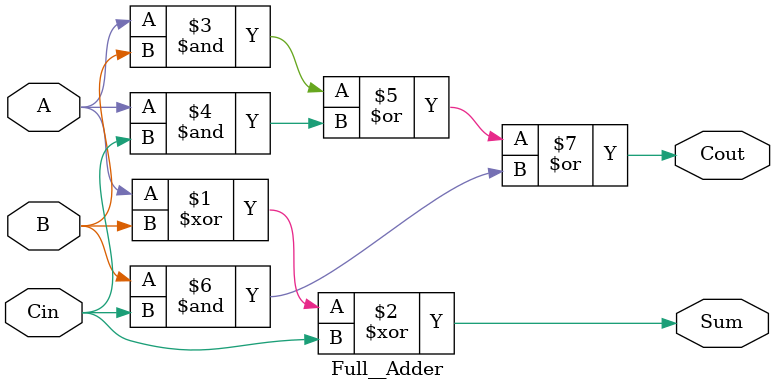
<source format=v>
`timescale 1ns / 1ps

module Full__Adder(A,B,Cin, Sum,Cout);
    input A,B,Cin;
    output Sum,Cout;
	 
	 assign Sum = A ^ B ^ Cin;
    assign Cout = (A & B) | (A & Cin) | (B & Cin);


endmodule

</source>
